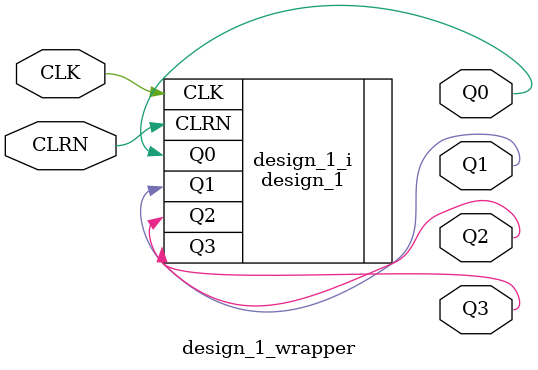
<source format=v>
`timescale 1 ps / 1 ps

module design_1_wrapper
   (CLK,
    CLRN,
    Q0,
    Q1,
    Q2,
    Q3);
  input CLK;
  input CLRN;
  output Q0;
  output Q1;
  output Q2;
  output Q3;

  wire CLK;
  wire CLRN;
  wire Q0;
  wire Q1;
  wire Q2;
  wire Q3;

design_1 design_1_i
       (.CLK(CLK),
        .CLRN(CLRN),
        .Q0(Q0),
        .Q1(Q1),
        .Q2(Q2),
        .Q3(Q3));
endmodule

</source>
